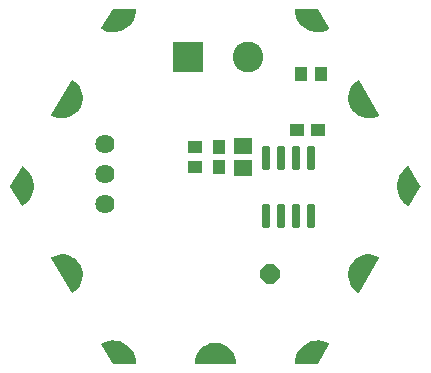
<source format=gbr>
G04 EAGLE Gerber RS-274X export*
G75*
%MOMM*%
%FSLAX34Y34*%
%LPD*%
%INSoldermask Top*%
%IPPOS*%
%AMOC8*
5,1,8,0,0,1.08239X$1,22.5*%
G01*
%ADD10C,1.101600*%
%ADD11R,1.601600X1.401600*%
%ADD12R,1.101600X1.201600*%
%ADD13R,2.601600X2.601600*%
%ADD14C,2.601600*%
%ADD15C,0.248975*%
%ADD16R,1.201600X1.101600*%
%ADD17P,1.759533X8X202.500000*%
%ADD18C,1.625600*%

G36*
X17791Y129D02*
X17791Y129D01*
X17820Y126D01*
X17887Y148D01*
X17957Y162D01*
X17981Y179D01*
X18009Y188D01*
X18062Y235D01*
X18121Y275D01*
X18137Y299D01*
X18159Y319D01*
X18190Y383D01*
X18228Y442D01*
X18233Y471D01*
X18245Y497D01*
X18254Y597D01*
X18261Y639D01*
X18258Y649D01*
X18260Y663D01*
X18028Y3461D01*
X18018Y3495D01*
X18014Y3543D01*
X17325Y6264D01*
X17310Y6296D01*
X17298Y6342D01*
X16170Y8914D01*
X16150Y8942D01*
X16131Y8986D01*
X14595Y11337D01*
X14571Y11361D01*
X14545Y11402D01*
X12643Y13467D01*
X12615Y13488D01*
X12582Y13523D01*
X10367Y15248D01*
X10336Y15263D01*
X10298Y15293D01*
X7828Y16629D01*
X7795Y16639D01*
X7753Y16662D01*
X6567Y17070D01*
X5113Y17569D01*
X5097Y17574D01*
X5063Y17579D01*
X5017Y17594D01*
X2248Y18056D01*
X2213Y18055D01*
X2166Y18063D01*
X-642Y18063D01*
X-676Y18056D01*
X-724Y18056D01*
X-3493Y17594D01*
X-3526Y17582D01*
X-3573Y17574D01*
X-6229Y16662D01*
X-6259Y16645D01*
X-6304Y16629D01*
X-8774Y15293D01*
X-8800Y15271D01*
X-8843Y15248D01*
X-11058Y13523D01*
X-11081Y13497D01*
X-11119Y13467D01*
X-13021Y11402D01*
X-13039Y11372D01*
X-13071Y11337D01*
X-14607Y8986D01*
X-14620Y8954D01*
X-14646Y8914D01*
X-15774Y6342D01*
X-15781Y6309D01*
X-15784Y6302D01*
X-15790Y6293D01*
X-15791Y6287D01*
X-15801Y6264D01*
X-16490Y3543D01*
X-16492Y3508D01*
X-16504Y3461D01*
X-16736Y663D01*
X-16732Y634D01*
X-16737Y605D01*
X-16721Y536D01*
X-16712Y466D01*
X-16698Y440D01*
X-16691Y412D01*
X-16649Y355D01*
X-16614Y293D01*
X-16590Y275D01*
X-16573Y252D01*
X-16512Y216D01*
X-16455Y173D01*
X-16427Y165D01*
X-16402Y150D01*
X-16304Y134D01*
X-16263Y123D01*
X-16252Y125D01*
X-16238Y123D01*
X17762Y123D01*
X17791Y129D01*
G37*
G36*
X-120631Y60432D02*
X-120631Y60432D01*
X-120560Y60429D01*
X-120533Y60439D01*
X-120504Y60441D01*
X-120414Y60483D01*
X-120374Y60498D01*
X-120366Y60506D01*
X-120353Y60512D01*
X-118050Y62111D01*
X-118026Y62137D01*
X-117986Y62164D01*
X-115977Y64121D01*
X-115958Y64150D01*
X-115923Y64183D01*
X-114264Y66444D01*
X-114249Y66475D01*
X-114220Y66514D01*
X-112956Y69017D01*
X-112947Y69051D01*
X-112925Y69094D01*
X-112089Y71771D01*
X-112086Y71805D01*
X-112071Y71851D01*
X-111688Y74630D01*
X-111690Y74664D01*
X-111684Y74712D01*
X-111763Y77515D01*
X-111771Y77549D01*
X-111772Y77597D01*
X-112311Y80349D01*
X-112325Y80381D01*
X-112334Y80429D01*
X-113319Y83054D01*
X-113334Y83079D01*
X-113339Y83099D01*
X-113347Y83110D01*
X-113354Y83129D01*
X-114758Y85557D01*
X-114781Y85583D01*
X-114805Y85625D01*
X-116589Y87788D01*
X-116616Y87810D01*
X-116647Y87847D01*
X-118763Y89688D01*
X-118793Y89705D01*
X-118829Y89737D01*
X-121220Y91204D01*
X-121252Y91215D01*
X-121293Y91241D01*
X-123892Y92294D01*
X-123926Y92301D01*
X-123971Y92319D01*
X-126708Y92930D01*
X-126743Y92931D01*
X-126790Y92942D01*
X-129590Y93094D01*
X-129624Y93089D01*
X-129672Y93092D01*
X-132460Y92782D01*
X-132493Y92771D01*
X-132541Y92766D01*
X-135239Y92001D01*
X-135269Y91985D01*
X-135316Y91972D01*
X-137851Y90773D01*
X-137875Y90756D01*
X-137902Y90746D01*
X-137954Y90697D01*
X-138011Y90654D01*
X-138025Y90629D01*
X-138047Y90609D01*
X-138075Y90544D01*
X-138111Y90483D01*
X-138114Y90454D01*
X-138126Y90427D01*
X-138127Y90356D01*
X-138136Y90285D01*
X-138128Y90257D01*
X-138128Y90228D01*
X-138094Y90135D01*
X-138082Y90094D01*
X-138075Y90085D01*
X-138070Y90072D01*
X-121070Y60672D01*
X-121051Y60650D01*
X-121038Y60624D01*
X-120985Y60576D01*
X-120938Y60523D01*
X-120912Y60511D01*
X-120890Y60491D01*
X-120823Y60468D01*
X-120759Y60438D01*
X-120730Y60436D01*
X-120702Y60427D01*
X-120631Y60432D01*
G37*
G36*
X131148Y208155D02*
X131148Y208155D01*
X131196Y208152D01*
X133984Y208462D01*
X134017Y208473D01*
X134065Y208478D01*
X136763Y209243D01*
X136793Y209259D01*
X136840Y209272D01*
X139375Y210471D01*
X139399Y210488D01*
X139426Y210498D01*
X139478Y210547D01*
X139535Y210590D01*
X139549Y210615D01*
X139571Y210635D01*
X139599Y210700D01*
X139635Y210762D01*
X139638Y210790D01*
X139650Y210817D01*
X139651Y210888D01*
X139660Y210959D01*
X139652Y210987D01*
X139652Y211016D01*
X139618Y211109D01*
X139606Y211150D01*
X139599Y211159D01*
X139594Y211172D01*
X122594Y240572D01*
X122575Y240594D01*
X122562Y240620D01*
X122509Y240668D01*
X122462Y240721D01*
X122436Y240733D01*
X122414Y240753D01*
X122347Y240776D01*
X122283Y240806D01*
X122254Y240808D01*
X122226Y240817D01*
X122155Y240812D01*
X122084Y240815D01*
X122057Y240805D01*
X122028Y240803D01*
X121938Y240761D01*
X121898Y240746D01*
X121890Y240738D01*
X121877Y240732D01*
X119574Y239133D01*
X119550Y239108D01*
X119510Y239080D01*
X117501Y237123D01*
X117482Y237094D01*
X117447Y237061D01*
X115788Y234800D01*
X115773Y234769D01*
X115744Y234730D01*
X114480Y232227D01*
X114471Y232193D01*
X114449Y232150D01*
X113613Y229473D01*
X113610Y229439D01*
X113595Y229393D01*
X113212Y226614D01*
X113214Y226580D01*
X113208Y226532D01*
X113287Y223729D01*
X113295Y223695D01*
X113296Y223647D01*
X113835Y220895D01*
X113849Y220863D01*
X113858Y220815D01*
X114843Y218190D01*
X114861Y218160D01*
X114878Y218115D01*
X116282Y215687D01*
X116305Y215661D01*
X116329Y215620D01*
X118113Y213456D01*
X118140Y213434D01*
X118171Y213397D01*
X120287Y211556D01*
X120317Y211539D01*
X120353Y211508D01*
X122744Y210040D01*
X122776Y210029D01*
X122817Y210003D01*
X125416Y208950D01*
X125450Y208943D01*
X125495Y208925D01*
X128232Y208314D01*
X128267Y208313D01*
X128314Y208302D01*
X131114Y208150D01*
X131148Y208155D01*
G37*
G36*
X122188Y60433D02*
X122188Y60433D01*
X122259Y60432D01*
X122286Y60443D01*
X122315Y60447D01*
X122377Y60481D01*
X122442Y60509D01*
X122463Y60530D01*
X122488Y60544D01*
X122551Y60620D01*
X122581Y60651D01*
X122585Y60661D01*
X122594Y60672D01*
X139594Y90072D01*
X139603Y90100D01*
X139620Y90124D01*
X139635Y90193D01*
X139657Y90261D01*
X139655Y90290D01*
X139661Y90318D01*
X139648Y90388D01*
X139642Y90459D01*
X139629Y90485D01*
X139623Y90513D01*
X139583Y90572D01*
X139551Y90635D01*
X139528Y90654D01*
X139512Y90678D01*
X139430Y90735D01*
X139397Y90762D01*
X139387Y90765D01*
X139375Y90773D01*
X136840Y91972D01*
X136806Y91980D01*
X136763Y92001D01*
X134065Y92766D01*
X134030Y92768D01*
X133984Y92782D01*
X131196Y93092D01*
X131162Y93089D01*
X131114Y93094D01*
X128314Y92942D01*
X128280Y92933D01*
X128232Y92930D01*
X125495Y92319D01*
X125463Y92305D01*
X125416Y92294D01*
X122817Y91241D01*
X122788Y91222D01*
X122744Y91204D01*
X120353Y89737D01*
X120328Y89713D01*
X120287Y89688D01*
X118171Y87847D01*
X118150Y87820D01*
X118113Y87788D01*
X116329Y85625D01*
X116313Y85594D01*
X116282Y85557D01*
X114878Y83129D01*
X114867Y83096D01*
X114860Y83083D01*
X114850Y83069D01*
X114850Y83066D01*
X114843Y83054D01*
X113858Y80429D01*
X113852Y80394D01*
X113835Y80349D01*
X113296Y77597D01*
X113296Y77563D01*
X113287Y77515D01*
X113208Y74712D01*
X113214Y74678D01*
X113212Y74630D01*
X113595Y71851D01*
X113607Y71819D01*
X113613Y71771D01*
X114449Y69094D01*
X114466Y69063D01*
X114480Y69017D01*
X115744Y66514D01*
X115766Y66487D01*
X115788Y66444D01*
X117447Y64183D01*
X117473Y64160D01*
X117501Y64121D01*
X119510Y62164D01*
X119539Y62145D01*
X119574Y62111D01*
X121877Y60512D01*
X121904Y60500D01*
X121927Y60482D01*
X121995Y60461D01*
X122060Y60433D01*
X122089Y60433D01*
X122117Y60425D01*
X122188Y60433D01*
G37*
G36*
X-126790Y208302D02*
X-126790Y208302D01*
X-126756Y208311D01*
X-126708Y208314D01*
X-123971Y208925D01*
X-123939Y208939D01*
X-123892Y208950D01*
X-121293Y210003D01*
X-121264Y210022D01*
X-121220Y210040D01*
X-118829Y211508D01*
X-118804Y211531D01*
X-118763Y211556D01*
X-116647Y213397D01*
X-116626Y213424D01*
X-116589Y213456D01*
X-114805Y215620D01*
X-114789Y215650D01*
X-114758Y215687D01*
X-113354Y218115D01*
X-113343Y218148D01*
X-113319Y218190D01*
X-112334Y220815D01*
X-112328Y220850D01*
X-112311Y220895D01*
X-111772Y223647D01*
X-111772Y223682D01*
X-111763Y223729D01*
X-111684Y226532D01*
X-111690Y226566D01*
X-111688Y226614D01*
X-112071Y229393D01*
X-112083Y229425D01*
X-112089Y229473D01*
X-112925Y232150D01*
X-112942Y232181D01*
X-112956Y232227D01*
X-114220Y234730D01*
X-114242Y234757D01*
X-114264Y234800D01*
X-115923Y237061D01*
X-115949Y237084D01*
X-115977Y237123D01*
X-117986Y239080D01*
X-118015Y239099D01*
X-118050Y239133D01*
X-120353Y240732D01*
X-120380Y240744D01*
X-120403Y240762D01*
X-120471Y240783D01*
X-120536Y240811D01*
X-120565Y240811D01*
X-120593Y240819D01*
X-120664Y240811D01*
X-120735Y240812D01*
X-120762Y240801D01*
X-120791Y240797D01*
X-120853Y240763D01*
X-120918Y240735D01*
X-120939Y240714D01*
X-120964Y240700D01*
X-121027Y240624D01*
X-121057Y240593D01*
X-121061Y240583D01*
X-121070Y240572D01*
X-138070Y211172D01*
X-138079Y211144D01*
X-138096Y211120D01*
X-138111Y211051D01*
X-138133Y210983D01*
X-138131Y210954D01*
X-138137Y210926D01*
X-138124Y210856D01*
X-138118Y210785D01*
X-138105Y210759D01*
X-138099Y210731D01*
X-138059Y210672D01*
X-138027Y210609D01*
X-138004Y210590D01*
X-137988Y210566D01*
X-137906Y210509D01*
X-137873Y210482D01*
X-137863Y210479D01*
X-137851Y210471D01*
X-135316Y209272D01*
X-135282Y209264D01*
X-135239Y209243D01*
X-132541Y208478D01*
X-132506Y208476D01*
X-132460Y208462D01*
X-129672Y208152D01*
X-129638Y208155D01*
X-129590Y208150D01*
X-126790Y208302D01*
G37*
G36*
X164489Y133633D02*
X164489Y133633D01*
X164560Y133633D01*
X164587Y133644D01*
X164616Y133647D01*
X164678Y133682D01*
X164743Y133710D01*
X164764Y133730D01*
X164789Y133745D01*
X164852Y133822D01*
X164882Y133852D01*
X164886Y133862D01*
X164895Y133873D01*
X174395Y150373D01*
X174405Y150405D01*
X174414Y150418D01*
X174418Y150442D01*
X174419Y150446D01*
X174450Y150516D01*
X174450Y150540D01*
X174458Y150562D01*
X174452Y150638D01*
X174453Y150715D01*
X174443Y150739D01*
X174442Y150760D01*
X174421Y150799D01*
X174395Y150871D01*
X164895Y167371D01*
X164876Y167393D01*
X164863Y167419D01*
X164810Y167467D01*
X164763Y167520D01*
X164737Y167533D01*
X164716Y167552D01*
X164648Y167575D01*
X164584Y167606D01*
X164555Y167608D01*
X164528Y167617D01*
X164456Y167612D01*
X164385Y167615D01*
X164358Y167605D01*
X164329Y167603D01*
X164239Y167561D01*
X164199Y167546D01*
X164191Y167539D01*
X164178Y167533D01*
X161655Y165791D01*
X161631Y165767D01*
X161593Y165740D01*
X159381Y163616D01*
X159362Y163588D01*
X159328Y163556D01*
X157486Y161105D01*
X157472Y161074D01*
X157443Y161037D01*
X156018Y158322D01*
X156009Y158291D01*
X155993Y158266D01*
X155992Y158258D01*
X155987Y158248D01*
X155016Y155340D01*
X155012Y155306D01*
X154997Y155262D01*
X154505Y152235D01*
X154506Y152201D01*
X154498Y152155D01*
X154498Y149089D01*
X154499Y149085D01*
X154499Y149083D01*
X154505Y149056D01*
X154505Y149009D01*
X154997Y145982D01*
X155009Y145951D01*
X155016Y145904D01*
X155987Y142996D01*
X156004Y142967D01*
X156018Y142922D01*
X157443Y140207D01*
X157465Y140181D01*
X157486Y140139D01*
X159328Y137688D01*
X159353Y137665D01*
X159381Y137628D01*
X161593Y135504D01*
X161621Y135486D01*
X161655Y135453D01*
X164178Y133711D01*
X164205Y133700D01*
X164227Y133681D01*
X164296Y133661D01*
X164361Y133633D01*
X164390Y133633D01*
X164418Y133625D01*
X164489Y133633D01*
G37*
G36*
X-162932Y133632D02*
X-162932Y133632D01*
X-162861Y133629D01*
X-162834Y133639D01*
X-162805Y133641D01*
X-162715Y133683D01*
X-162675Y133698D01*
X-162667Y133705D01*
X-162654Y133711D01*
X-160131Y135453D01*
X-160107Y135477D01*
X-160069Y135504D01*
X-157857Y137628D01*
X-157838Y137656D01*
X-157804Y137688D01*
X-155962Y140139D01*
X-155948Y140170D01*
X-155919Y140207D01*
X-154494Y142922D01*
X-154485Y142955D01*
X-154463Y142996D01*
X-153492Y145904D01*
X-153488Y145938D01*
X-153473Y145982D01*
X-152981Y149009D01*
X-152982Y149043D01*
X-152974Y149089D01*
X-152974Y152155D01*
X-152981Y152188D01*
X-152981Y152235D01*
X-153473Y155262D01*
X-153485Y155293D01*
X-153492Y155340D01*
X-154463Y158248D01*
X-154476Y158271D01*
X-154482Y158296D01*
X-154489Y158305D01*
X-154494Y158322D01*
X-155919Y161037D01*
X-155941Y161063D01*
X-155962Y161105D01*
X-157804Y163556D01*
X-157829Y163579D01*
X-157857Y163616D01*
X-160069Y165740D01*
X-160097Y165758D01*
X-160131Y165791D01*
X-162654Y167533D01*
X-162681Y167544D01*
X-162703Y167563D01*
X-162772Y167583D01*
X-162837Y167611D01*
X-162866Y167611D01*
X-162894Y167619D01*
X-162965Y167611D01*
X-163036Y167612D01*
X-163063Y167600D01*
X-163092Y167597D01*
X-163154Y167562D01*
X-163219Y167534D01*
X-163240Y167514D01*
X-163265Y167499D01*
X-163328Y167422D01*
X-163358Y167392D01*
X-163362Y167382D01*
X-163371Y167371D01*
X-172871Y150871D01*
X-172895Y150798D01*
X-172926Y150728D01*
X-172926Y150704D01*
X-172934Y150682D01*
X-172928Y150606D01*
X-172929Y150529D01*
X-172919Y150505D01*
X-172918Y150484D01*
X-172897Y150445D01*
X-172878Y150393D01*
X-172877Y150387D01*
X-172875Y150385D01*
X-172871Y150373D01*
X-163371Y133873D01*
X-163352Y133851D01*
X-163339Y133825D01*
X-163286Y133777D01*
X-163239Y133724D01*
X-163213Y133711D01*
X-163192Y133692D01*
X-163124Y133669D01*
X-163060Y133638D01*
X-163031Y133637D01*
X-163004Y133627D01*
X-162932Y133632D01*
G37*
G36*
X87438Y138D02*
X87438Y138D01*
X87516Y147D01*
X87535Y158D01*
X87557Y162D01*
X87621Y206D01*
X87689Y245D01*
X87705Y264D01*
X87721Y275D01*
X87745Y313D01*
X87795Y373D01*
X97295Y16873D01*
X97304Y16900D01*
X97320Y16924D01*
X97335Y16994D01*
X97358Y17062D01*
X97355Y17090D01*
X97361Y17118D01*
X97348Y17189D01*
X97342Y17260D01*
X97329Y17285D01*
X97323Y17313D01*
X97283Y17373D01*
X97250Y17436D01*
X97228Y17454D01*
X97212Y17478D01*
X97129Y17536D01*
X97097Y17563D01*
X97086Y17566D01*
X97076Y17573D01*
X94310Y18882D01*
X94277Y18890D01*
X94234Y18910D01*
X91294Y19758D01*
X91260Y19761D01*
X91216Y19774D01*
X88178Y20139D01*
X88144Y20136D01*
X88097Y20142D01*
X85040Y20015D01*
X85007Y20007D01*
X84960Y20006D01*
X81963Y19390D01*
X81932Y19377D01*
X81886Y19368D01*
X79026Y18279D01*
X78998Y18261D01*
X78954Y18245D01*
X76306Y16711D01*
X76280Y16689D01*
X76240Y16666D01*
X73872Y14728D01*
X73850Y14701D01*
X73814Y14672D01*
X71787Y12379D01*
X71771Y12350D01*
X71739Y12315D01*
X70107Y9727D01*
X70095Y9695D01*
X70070Y9656D01*
X68874Y6839D01*
X68867Y6806D01*
X68864Y6799D01*
X68860Y6793D01*
X68859Y6787D01*
X68848Y6763D01*
X68120Y3791D01*
X68118Y3757D01*
X68107Y3712D01*
X67864Y662D01*
X67868Y633D01*
X67863Y605D01*
X67880Y536D01*
X67888Y464D01*
X67903Y440D01*
X67909Y412D01*
X67952Y354D01*
X67988Y292D01*
X68010Y275D01*
X68027Y252D01*
X68089Y215D01*
X68146Y172D01*
X68174Y165D01*
X68198Y150D01*
X68298Y134D01*
X68339Y123D01*
X68349Y125D01*
X68362Y123D01*
X87362Y123D01*
X87438Y138D01*
G37*
G36*
X88131Y281107D02*
X88131Y281107D01*
X88178Y281105D01*
X91216Y281470D01*
X91248Y281481D01*
X91294Y281486D01*
X94234Y282334D01*
X94264Y282350D01*
X94310Y282362D01*
X97076Y283671D01*
X97098Y283688D01*
X97125Y283698D01*
X97177Y283747D01*
X97235Y283790D01*
X97249Y283815D01*
X97270Y283834D01*
X97299Y283900D01*
X97335Y283962D01*
X97338Y283990D01*
X97350Y284016D01*
X97351Y284088D01*
X97360Y284159D01*
X97352Y284186D01*
X97353Y284215D01*
X97317Y284310D01*
X97306Y284350D01*
X97299Y284359D01*
X97295Y284371D01*
X87795Y300871D01*
X87743Y300930D01*
X87697Y300992D01*
X87678Y301003D01*
X87663Y301020D01*
X87593Y301054D01*
X87526Y301094D01*
X87502Y301098D01*
X87484Y301106D01*
X87439Y301108D01*
X87362Y301121D01*
X68362Y301121D01*
X68334Y301116D01*
X68306Y301118D01*
X68238Y301096D01*
X68167Y301082D01*
X68144Y301066D01*
X68117Y301057D01*
X68062Y301010D01*
X68003Y300969D01*
X67988Y300945D01*
X67967Y300927D01*
X67935Y300862D01*
X67896Y300802D01*
X67891Y300774D01*
X67879Y300748D01*
X67870Y300647D01*
X67863Y300605D01*
X67865Y300595D01*
X67864Y300582D01*
X68107Y297532D01*
X68116Y297500D01*
X68120Y297453D01*
X68848Y294481D01*
X68863Y294450D01*
X68874Y294405D01*
X70070Y291588D01*
X70089Y291560D01*
X70107Y291517D01*
X71739Y288929D01*
X71763Y288905D01*
X71787Y288865D01*
X73814Y286572D01*
X73841Y286552D01*
X73872Y286516D01*
X76240Y284578D01*
X76270Y284562D01*
X76306Y284533D01*
X78954Y283000D01*
X78986Y282989D01*
X79026Y282965D01*
X81886Y281877D01*
X81919Y281871D01*
X81963Y281854D01*
X84960Y281238D01*
X84994Y281238D01*
X85040Y281229D01*
X88097Y281102D01*
X88131Y281107D01*
G37*
G36*
X-66810Y128D02*
X-66810Y128D01*
X-66782Y126D01*
X-66714Y148D01*
X-66643Y162D01*
X-66620Y178D01*
X-66593Y187D01*
X-66538Y234D01*
X-66479Y275D01*
X-66464Y299D01*
X-66443Y317D01*
X-66411Y382D01*
X-66372Y442D01*
X-66367Y470D01*
X-66355Y496D01*
X-66346Y597D01*
X-66339Y639D01*
X-66341Y649D01*
X-66340Y662D01*
X-66583Y3712D01*
X-66592Y3744D01*
X-66596Y3791D01*
X-67324Y6763D01*
X-67339Y6794D01*
X-67350Y6839D01*
X-68546Y9656D01*
X-68565Y9684D01*
X-68583Y9727D01*
X-70215Y12315D01*
X-70239Y12339D01*
X-70263Y12379D01*
X-72290Y14672D01*
X-72317Y14692D01*
X-72348Y14728D01*
X-74716Y16666D01*
X-74746Y16682D01*
X-74782Y16711D01*
X-77430Y18245D01*
X-77462Y18255D01*
X-77502Y18279D01*
X-80362Y19368D01*
X-80395Y19373D01*
X-80439Y19390D01*
X-83436Y20006D01*
X-83470Y20006D01*
X-83516Y20015D01*
X-86573Y20142D01*
X-86607Y20137D01*
X-86654Y20139D01*
X-89692Y19774D01*
X-89724Y19763D01*
X-89770Y19758D01*
X-92710Y18910D01*
X-92740Y18894D01*
X-92786Y18882D01*
X-95552Y17573D01*
X-95574Y17556D01*
X-95601Y17546D01*
X-95653Y17497D01*
X-95711Y17454D01*
X-95725Y17429D01*
X-95746Y17410D01*
X-95775Y17344D01*
X-95811Y17282D01*
X-95814Y17254D01*
X-95826Y17228D01*
X-95827Y17156D01*
X-95836Y17085D01*
X-95828Y17058D01*
X-95829Y17029D01*
X-95793Y16934D01*
X-95782Y16894D01*
X-95775Y16885D01*
X-95771Y16873D01*
X-86271Y373D01*
X-86219Y315D01*
X-86173Y252D01*
X-86154Y241D01*
X-86139Y224D01*
X-86069Y190D01*
X-86002Y150D01*
X-85978Y146D01*
X-85960Y138D01*
X-85915Y136D01*
X-85838Y123D01*
X-66838Y123D01*
X-66810Y128D01*
G37*
G36*
X-83516Y281229D02*
X-83516Y281229D01*
X-83483Y281237D01*
X-83436Y281238D01*
X-80439Y281854D01*
X-80408Y281867D01*
X-80362Y281877D01*
X-77502Y282965D01*
X-77474Y282983D01*
X-77430Y283000D01*
X-74782Y284533D01*
X-74756Y284555D01*
X-74716Y284578D01*
X-72348Y286516D01*
X-72326Y286543D01*
X-72290Y286572D01*
X-70263Y288865D01*
X-70247Y288894D01*
X-70215Y288929D01*
X-68583Y291517D01*
X-68571Y291549D01*
X-68546Y291588D01*
X-67350Y294405D01*
X-67343Y294438D01*
X-67324Y294481D01*
X-66596Y297453D01*
X-66594Y297487D01*
X-66583Y297532D01*
X-66340Y300582D01*
X-66344Y300611D01*
X-66339Y300639D01*
X-66356Y300708D01*
X-66364Y300780D01*
X-66379Y300804D01*
X-66385Y300832D01*
X-66428Y300890D01*
X-66464Y300952D01*
X-66486Y300969D01*
X-66503Y300992D01*
X-66565Y301029D01*
X-66622Y301072D01*
X-66650Y301079D01*
X-66674Y301094D01*
X-66774Y301110D01*
X-66815Y301121D01*
X-66825Y301119D01*
X-66838Y301121D01*
X-85838Y301121D01*
X-85914Y301106D01*
X-85992Y301097D01*
X-86011Y301086D01*
X-86033Y301082D01*
X-86097Y301038D01*
X-86165Y300999D01*
X-86181Y300980D01*
X-86197Y300969D01*
X-86221Y300931D01*
X-86271Y300871D01*
X-95771Y284371D01*
X-95780Y284344D01*
X-95796Y284320D01*
X-95811Y284250D01*
X-95834Y284182D01*
X-95831Y284154D01*
X-95837Y284126D01*
X-95824Y284056D01*
X-95818Y283984D01*
X-95805Y283959D01*
X-95799Y283931D01*
X-95759Y283871D01*
X-95726Y283808D01*
X-95704Y283790D01*
X-95688Y283766D01*
X-95605Y283708D01*
X-95573Y283681D01*
X-95562Y283678D01*
X-95552Y283671D01*
X-92786Y282362D01*
X-92753Y282354D01*
X-92710Y282334D01*
X-89770Y281486D01*
X-89736Y281483D01*
X-89692Y281470D01*
X-86654Y281105D01*
X-86620Y281108D01*
X-86573Y281102D01*
X-83516Y281229D01*
G37*
D10*
X83362Y293722D03*
X165962Y150622D03*
X83362Y7522D03*
X-81838Y7522D03*
X-164438Y150622D03*
X-81838Y293722D03*
X124662Y222122D03*
X124662Y79122D03*
X762Y7522D03*
X-123138Y79122D03*
X-123138Y222122D03*
D11*
X24130Y184760D03*
X24130Y165760D03*
D12*
X3810Y183760D03*
X3810Y166760D03*
D13*
X-22860Y260350D03*
D14*
X27940Y260350D03*
D15*
X45393Y134858D02*
X45393Y116632D01*
X40967Y116632D01*
X40967Y134858D01*
X45393Y134858D01*
X45393Y118997D02*
X40967Y118997D01*
X40967Y121362D02*
X45393Y121362D01*
X45393Y123727D02*
X40967Y123727D01*
X40967Y126092D02*
X45393Y126092D01*
X45393Y128457D02*
X40967Y128457D01*
X40967Y130822D02*
X45393Y130822D01*
X45393Y133187D02*
X40967Y133187D01*
X58093Y134858D02*
X58093Y116632D01*
X53667Y116632D01*
X53667Y134858D01*
X58093Y134858D01*
X58093Y118997D02*
X53667Y118997D01*
X53667Y121362D02*
X58093Y121362D01*
X58093Y123727D02*
X53667Y123727D01*
X53667Y126092D02*
X58093Y126092D01*
X58093Y128457D02*
X53667Y128457D01*
X53667Y130822D02*
X58093Y130822D01*
X58093Y133187D02*
X53667Y133187D01*
X70793Y134858D02*
X70793Y116632D01*
X66367Y116632D01*
X66367Y134858D01*
X70793Y134858D01*
X70793Y118997D02*
X66367Y118997D01*
X66367Y121362D02*
X70793Y121362D01*
X70793Y123727D02*
X66367Y123727D01*
X66367Y126092D02*
X70793Y126092D01*
X70793Y128457D02*
X66367Y128457D01*
X66367Y130822D02*
X70793Y130822D01*
X70793Y133187D02*
X66367Y133187D01*
X83493Y134858D02*
X83493Y116632D01*
X79067Y116632D01*
X79067Y134858D01*
X83493Y134858D01*
X83493Y118997D02*
X79067Y118997D01*
X79067Y121362D02*
X83493Y121362D01*
X83493Y123727D02*
X79067Y123727D01*
X79067Y126092D02*
X83493Y126092D01*
X83493Y128457D02*
X79067Y128457D01*
X79067Y130822D02*
X83493Y130822D01*
X83493Y133187D02*
X79067Y133187D01*
X83493Y166132D02*
X83493Y184358D01*
X83493Y166132D02*
X79067Y166132D01*
X79067Y184358D01*
X83493Y184358D01*
X83493Y168497D02*
X79067Y168497D01*
X79067Y170862D02*
X83493Y170862D01*
X83493Y173227D02*
X79067Y173227D01*
X79067Y175592D02*
X83493Y175592D01*
X83493Y177957D02*
X79067Y177957D01*
X79067Y180322D02*
X83493Y180322D01*
X83493Y182687D02*
X79067Y182687D01*
X70793Y184358D02*
X70793Y166132D01*
X66367Y166132D01*
X66367Y184358D01*
X70793Y184358D01*
X70793Y168497D02*
X66367Y168497D01*
X66367Y170862D02*
X70793Y170862D01*
X70793Y173227D02*
X66367Y173227D01*
X66367Y175592D02*
X70793Y175592D01*
X70793Y177957D02*
X66367Y177957D01*
X66367Y180322D02*
X70793Y180322D01*
X70793Y182687D02*
X66367Y182687D01*
X58093Y184358D02*
X58093Y166132D01*
X53667Y166132D01*
X53667Y184358D01*
X58093Y184358D01*
X58093Y168497D02*
X53667Y168497D01*
X53667Y170862D02*
X58093Y170862D01*
X58093Y173227D02*
X53667Y173227D01*
X53667Y175592D02*
X58093Y175592D01*
X58093Y177957D02*
X53667Y177957D01*
X53667Y180322D02*
X58093Y180322D01*
X58093Y182687D02*
X53667Y182687D01*
X45393Y184358D02*
X45393Y166132D01*
X40967Y166132D01*
X40967Y184358D01*
X45393Y184358D01*
X45393Y168497D02*
X40967Y168497D01*
X40967Y170862D02*
X45393Y170862D01*
X45393Y173227D02*
X40967Y173227D01*
X40967Y175592D02*
X45393Y175592D01*
X45393Y177957D02*
X40967Y177957D01*
X40967Y180322D02*
X45393Y180322D01*
X45393Y182687D02*
X40967Y182687D01*
D16*
X70240Y198120D03*
X87240Y198120D03*
D12*
X90415Y245745D03*
X73415Y245745D03*
D16*
X-16510Y183760D03*
X-16510Y166760D03*
D17*
X46990Y76200D03*
D18*
X-92710Y186690D03*
X-92710Y161290D03*
X-92710Y135890D03*
M02*

</source>
